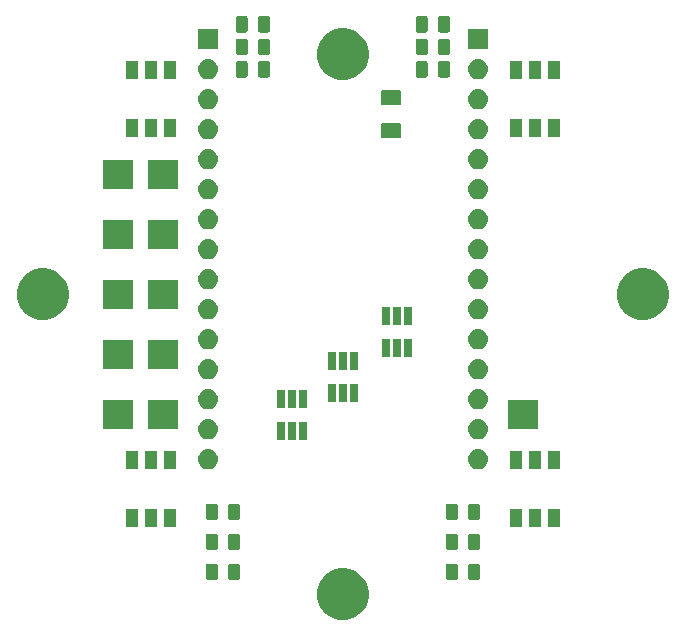
<source format=gbr>
G04 #@! TF.GenerationSoftware,KiCad,Pcbnew,5.0.2+dfsg1-1*
G04 #@! TF.CreationDate,2021-08-24T19:42:59-04:00*
G04 #@! TF.ProjectId,WIFI_RGB_PCB,57494649-5f52-4474-925f-5043422e6b69,rev?*
G04 #@! TF.SameCoordinates,Original*
G04 #@! TF.FileFunction,Soldermask,Top*
G04 #@! TF.FilePolarity,Negative*
%FSLAX46Y46*%
G04 Gerber Fmt 4.6, Leading zero omitted, Abs format (unit mm)*
G04 Created by KiCad (PCBNEW 5.0.2+dfsg1-1) date Tue 24 Aug 2021 07:42:59 PM EDT*
%MOMM*%
%LPD*%
G01*
G04 APERTURE LIST*
%ADD10C,0.100000*%
G04 APERTURE END LIST*
D10*
G36*
X97161716Y-113454544D02*
X97562090Y-113620384D01*
X97922421Y-113861150D01*
X98228850Y-114167579D01*
X98469616Y-114527910D01*
X98635456Y-114928284D01*
X98720000Y-115353317D01*
X98720000Y-115786683D01*
X98635456Y-116211716D01*
X98469616Y-116612090D01*
X98228850Y-116972421D01*
X97922421Y-117278850D01*
X97562090Y-117519616D01*
X97161716Y-117685456D01*
X96736683Y-117770000D01*
X96303317Y-117770000D01*
X95878284Y-117685456D01*
X95477910Y-117519616D01*
X95117579Y-117278850D01*
X94811150Y-116972421D01*
X94570384Y-116612090D01*
X94404544Y-116211716D01*
X94320000Y-115786683D01*
X94320000Y-115353317D01*
X94404544Y-114928284D01*
X94570384Y-114527910D01*
X94811150Y-114167579D01*
X95117579Y-113861150D01*
X95477910Y-113620384D01*
X95878284Y-113454544D01*
X96303317Y-113370000D01*
X96736683Y-113370000D01*
X97161716Y-113454544D01*
X97161716Y-113454544D01*
G37*
G36*
X107958992Y-112969076D02*
X107992883Y-112979357D01*
X108024111Y-112996048D01*
X108051485Y-113018515D01*
X108073952Y-113045889D01*
X108090643Y-113077117D01*
X108100924Y-113111008D01*
X108105000Y-113152391D01*
X108105000Y-114177609D01*
X108100924Y-114218992D01*
X108090643Y-114252883D01*
X108073952Y-114284111D01*
X108051485Y-114311485D01*
X108024111Y-114333952D01*
X107992883Y-114350643D01*
X107958992Y-114360924D01*
X107917609Y-114365000D01*
X107317391Y-114365000D01*
X107276008Y-114360924D01*
X107242117Y-114350643D01*
X107210889Y-114333952D01*
X107183515Y-114311485D01*
X107161048Y-114284111D01*
X107144357Y-114252883D01*
X107134076Y-114218992D01*
X107130000Y-114177609D01*
X107130000Y-113152391D01*
X107134076Y-113111008D01*
X107144357Y-113077117D01*
X107161048Y-113045889D01*
X107183515Y-113018515D01*
X107210889Y-112996048D01*
X107242117Y-112979357D01*
X107276008Y-112969076D01*
X107317391Y-112965000D01*
X107917609Y-112965000D01*
X107958992Y-112969076D01*
X107958992Y-112969076D01*
G37*
G36*
X106083992Y-112969076D02*
X106117883Y-112979357D01*
X106149111Y-112996048D01*
X106176485Y-113018515D01*
X106198952Y-113045889D01*
X106215643Y-113077117D01*
X106225924Y-113111008D01*
X106230000Y-113152391D01*
X106230000Y-114177609D01*
X106225924Y-114218992D01*
X106215643Y-114252883D01*
X106198952Y-114284111D01*
X106176485Y-114311485D01*
X106149111Y-114333952D01*
X106117883Y-114350643D01*
X106083992Y-114360924D01*
X106042609Y-114365000D01*
X105442391Y-114365000D01*
X105401008Y-114360924D01*
X105367117Y-114350643D01*
X105335889Y-114333952D01*
X105308515Y-114311485D01*
X105286048Y-114284111D01*
X105269357Y-114252883D01*
X105259076Y-114218992D01*
X105255000Y-114177609D01*
X105255000Y-113152391D01*
X105259076Y-113111008D01*
X105269357Y-113077117D01*
X105286048Y-113045889D01*
X105308515Y-113018515D01*
X105335889Y-112996048D01*
X105367117Y-112979357D01*
X105401008Y-112969076D01*
X105442391Y-112965000D01*
X106042609Y-112965000D01*
X106083992Y-112969076D01*
X106083992Y-112969076D01*
G37*
G36*
X87638992Y-112969076D02*
X87672883Y-112979357D01*
X87704111Y-112996048D01*
X87731485Y-113018515D01*
X87753952Y-113045889D01*
X87770643Y-113077117D01*
X87780924Y-113111008D01*
X87785000Y-113152391D01*
X87785000Y-114177609D01*
X87780924Y-114218992D01*
X87770643Y-114252883D01*
X87753952Y-114284111D01*
X87731485Y-114311485D01*
X87704111Y-114333952D01*
X87672883Y-114350643D01*
X87638992Y-114360924D01*
X87597609Y-114365000D01*
X86997391Y-114365000D01*
X86956008Y-114360924D01*
X86922117Y-114350643D01*
X86890889Y-114333952D01*
X86863515Y-114311485D01*
X86841048Y-114284111D01*
X86824357Y-114252883D01*
X86814076Y-114218992D01*
X86810000Y-114177609D01*
X86810000Y-113152391D01*
X86814076Y-113111008D01*
X86824357Y-113077117D01*
X86841048Y-113045889D01*
X86863515Y-113018515D01*
X86890889Y-112996048D01*
X86922117Y-112979357D01*
X86956008Y-112969076D01*
X86997391Y-112965000D01*
X87597609Y-112965000D01*
X87638992Y-112969076D01*
X87638992Y-112969076D01*
G37*
G36*
X85763992Y-112969076D02*
X85797883Y-112979357D01*
X85829111Y-112996048D01*
X85856485Y-113018515D01*
X85878952Y-113045889D01*
X85895643Y-113077117D01*
X85905924Y-113111008D01*
X85910000Y-113152391D01*
X85910000Y-114177609D01*
X85905924Y-114218992D01*
X85895643Y-114252883D01*
X85878952Y-114284111D01*
X85856485Y-114311485D01*
X85829111Y-114333952D01*
X85797883Y-114350643D01*
X85763992Y-114360924D01*
X85722609Y-114365000D01*
X85122391Y-114365000D01*
X85081008Y-114360924D01*
X85047117Y-114350643D01*
X85015889Y-114333952D01*
X84988515Y-114311485D01*
X84966048Y-114284111D01*
X84949357Y-114252883D01*
X84939076Y-114218992D01*
X84935000Y-114177609D01*
X84935000Y-113152391D01*
X84939076Y-113111008D01*
X84949357Y-113077117D01*
X84966048Y-113045889D01*
X84988515Y-113018515D01*
X85015889Y-112996048D01*
X85047117Y-112979357D01*
X85081008Y-112969076D01*
X85122391Y-112965000D01*
X85722609Y-112965000D01*
X85763992Y-112969076D01*
X85763992Y-112969076D01*
G37*
G36*
X87638992Y-110429076D02*
X87672883Y-110439357D01*
X87704111Y-110456048D01*
X87731485Y-110478515D01*
X87753952Y-110505889D01*
X87770643Y-110537117D01*
X87780924Y-110571008D01*
X87785000Y-110612391D01*
X87785000Y-111637609D01*
X87780924Y-111678992D01*
X87770643Y-111712883D01*
X87753952Y-111744111D01*
X87731485Y-111771485D01*
X87704111Y-111793952D01*
X87672883Y-111810643D01*
X87638992Y-111820924D01*
X87597609Y-111825000D01*
X86997391Y-111825000D01*
X86956008Y-111820924D01*
X86922117Y-111810643D01*
X86890889Y-111793952D01*
X86863515Y-111771485D01*
X86841048Y-111744111D01*
X86824357Y-111712883D01*
X86814076Y-111678992D01*
X86810000Y-111637609D01*
X86810000Y-110612391D01*
X86814076Y-110571008D01*
X86824357Y-110537117D01*
X86841048Y-110505889D01*
X86863515Y-110478515D01*
X86890889Y-110456048D01*
X86922117Y-110439357D01*
X86956008Y-110429076D01*
X86997391Y-110425000D01*
X87597609Y-110425000D01*
X87638992Y-110429076D01*
X87638992Y-110429076D01*
G37*
G36*
X107958992Y-110429076D02*
X107992883Y-110439357D01*
X108024111Y-110456048D01*
X108051485Y-110478515D01*
X108073952Y-110505889D01*
X108090643Y-110537117D01*
X108100924Y-110571008D01*
X108105000Y-110612391D01*
X108105000Y-111637609D01*
X108100924Y-111678992D01*
X108090643Y-111712883D01*
X108073952Y-111744111D01*
X108051485Y-111771485D01*
X108024111Y-111793952D01*
X107992883Y-111810643D01*
X107958992Y-111820924D01*
X107917609Y-111825000D01*
X107317391Y-111825000D01*
X107276008Y-111820924D01*
X107242117Y-111810643D01*
X107210889Y-111793952D01*
X107183515Y-111771485D01*
X107161048Y-111744111D01*
X107144357Y-111712883D01*
X107134076Y-111678992D01*
X107130000Y-111637609D01*
X107130000Y-110612391D01*
X107134076Y-110571008D01*
X107144357Y-110537117D01*
X107161048Y-110505889D01*
X107183515Y-110478515D01*
X107210889Y-110456048D01*
X107242117Y-110439357D01*
X107276008Y-110429076D01*
X107317391Y-110425000D01*
X107917609Y-110425000D01*
X107958992Y-110429076D01*
X107958992Y-110429076D01*
G37*
G36*
X106083992Y-110429076D02*
X106117883Y-110439357D01*
X106149111Y-110456048D01*
X106176485Y-110478515D01*
X106198952Y-110505889D01*
X106215643Y-110537117D01*
X106225924Y-110571008D01*
X106230000Y-110612391D01*
X106230000Y-111637609D01*
X106225924Y-111678992D01*
X106215643Y-111712883D01*
X106198952Y-111744111D01*
X106176485Y-111771485D01*
X106149111Y-111793952D01*
X106117883Y-111810643D01*
X106083992Y-111820924D01*
X106042609Y-111825000D01*
X105442391Y-111825000D01*
X105401008Y-111820924D01*
X105367117Y-111810643D01*
X105335889Y-111793952D01*
X105308515Y-111771485D01*
X105286048Y-111744111D01*
X105269357Y-111712883D01*
X105259076Y-111678992D01*
X105255000Y-111637609D01*
X105255000Y-110612391D01*
X105259076Y-110571008D01*
X105269357Y-110537117D01*
X105286048Y-110505889D01*
X105308515Y-110478515D01*
X105335889Y-110456048D01*
X105367117Y-110439357D01*
X105401008Y-110429076D01*
X105442391Y-110425000D01*
X106042609Y-110425000D01*
X106083992Y-110429076D01*
X106083992Y-110429076D01*
G37*
G36*
X85763992Y-110429076D02*
X85797883Y-110439357D01*
X85829111Y-110456048D01*
X85856485Y-110478515D01*
X85878952Y-110505889D01*
X85895643Y-110537117D01*
X85905924Y-110571008D01*
X85910000Y-110612391D01*
X85910000Y-111637609D01*
X85905924Y-111678992D01*
X85895643Y-111712883D01*
X85878952Y-111744111D01*
X85856485Y-111771485D01*
X85829111Y-111793952D01*
X85797883Y-111810643D01*
X85763992Y-111820924D01*
X85722609Y-111825000D01*
X85122391Y-111825000D01*
X85081008Y-111820924D01*
X85047117Y-111810643D01*
X85015889Y-111793952D01*
X84988515Y-111771485D01*
X84966048Y-111744111D01*
X84949357Y-111712883D01*
X84939076Y-111678992D01*
X84935000Y-111637609D01*
X84935000Y-110612391D01*
X84939076Y-110571008D01*
X84949357Y-110537117D01*
X84966048Y-110505889D01*
X84988515Y-110478515D01*
X85015889Y-110456048D01*
X85047117Y-110439357D01*
X85081008Y-110429076D01*
X85122391Y-110425000D01*
X85722609Y-110425000D01*
X85763992Y-110429076D01*
X85763992Y-110429076D01*
G37*
G36*
X80764000Y-109880000D02*
X79764000Y-109880000D01*
X79764000Y-108380000D01*
X80764000Y-108380000D01*
X80764000Y-109880000D01*
X80764000Y-109880000D01*
G37*
G36*
X82364000Y-109880000D02*
X81364000Y-109880000D01*
X81364000Y-108380000D01*
X82364000Y-108380000D01*
X82364000Y-109880000D01*
X82364000Y-109880000D01*
G37*
G36*
X79164000Y-109880000D02*
X78164000Y-109880000D01*
X78164000Y-108380000D01*
X79164000Y-108380000D01*
X79164000Y-109880000D01*
X79164000Y-109880000D01*
G37*
G36*
X111676000Y-109880000D02*
X110676000Y-109880000D01*
X110676000Y-108380000D01*
X111676000Y-108380000D01*
X111676000Y-109880000D01*
X111676000Y-109880000D01*
G37*
G36*
X113276000Y-109880000D02*
X112276000Y-109880000D01*
X112276000Y-108380000D01*
X113276000Y-108380000D01*
X113276000Y-109880000D01*
X113276000Y-109880000D01*
G37*
G36*
X114876000Y-109880000D02*
X113876000Y-109880000D01*
X113876000Y-108380000D01*
X114876000Y-108380000D01*
X114876000Y-109880000D01*
X114876000Y-109880000D01*
G37*
G36*
X107958992Y-107889076D02*
X107992883Y-107899357D01*
X108024111Y-107916048D01*
X108051485Y-107938515D01*
X108073952Y-107965889D01*
X108090643Y-107997117D01*
X108100924Y-108031008D01*
X108105000Y-108072391D01*
X108105000Y-109097609D01*
X108100924Y-109138992D01*
X108090643Y-109172883D01*
X108073952Y-109204111D01*
X108051485Y-109231485D01*
X108024111Y-109253952D01*
X107992883Y-109270643D01*
X107958992Y-109280924D01*
X107917609Y-109285000D01*
X107317391Y-109285000D01*
X107276008Y-109280924D01*
X107242117Y-109270643D01*
X107210889Y-109253952D01*
X107183515Y-109231485D01*
X107161048Y-109204111D01*
X107144357Y-109172883D01*
X107134076Y-109138992D01*
X107130000Y-109097609D01*
X107130000Y-108072391D01*
X107134076Y-108031008D01*
X107144357Y-107997117D01*
X107161048Y-107965889D01*
X107183515Y-107938515D01*
X107210889Y-107916048D01*
X107242117Y-107899357D01*
X107276008Y-107889076D01*
X107317391Y-107885000D01*
X107917609Y-107885000D01*
X107958992Y-107889076D01*
X107958992Y-107889076D01*
G37*
G36*
X106083992Y-107889076D02*
X106117883Y-107899357D01*
X106149111Y-107916048D01*
X106176485Y-107938515D01*
X106198952Y-107965889D01*
X106215643Y-107997117D01*
X106225924Y-108031008D01*
X106230000Y-108072391D01*
X106230000Y-109097609D01*
X106225924Y-109138992D01*
X106215643Y-109172883D01*
X106198952Y-109204111D01*
X106176485Y-109231485D01*
X106149111Y-109253952D01*
X106117883Y-109270643D01*
X106083992Y-109280924D01*
X106042609Y-109285000D01*
X105442391Y-109285000D01*
X105401008Y-109280924D01*
X105367117Y-109270643D01*
X105335889Y-109253952D01*
X105308515Y-109231485D01*
X105286048Y-109204111D01*
X105269357Y-109172883D01*
X105259076Y-109138992D01*
X105255000Y-109097609D01*
X105255000Y-108072391D01*
X105259076Y-108031008D01*
X105269357Y-107997117D01*
X105286048Y-107965889D01*
X105308515Y-107938515D01*
X105335889Y-107916048D01*
X105367117Y-107899357D01*
X105401008Y-107889076D01*
X105442391Y-107885000D01*
X106042609Y-107885000D01*
X106083992Y-107889076D01*
X106083992Y-107889076D01*
G37*
G36*
X85763992Y-107889076D02*
X85797883Y-107899357D01*
X85829111Y-107916048D01*
X85856485Y-107938515D01*
X85878952Y-107965889D01*
X85895643Y-107997117D01*
X85905924Y-108031008D01*
X85910000Y-108072391D01*
X85910000Y-109097609D01*
X85905924Y-109138992D01*
X85895643Y-109172883D01*
X85878952Y-109204111D01*
X85856485Y-109231485D01*
X85829111Y-109253952D01*
X85797883Y-109270643D01*
X85763992Y-109280924D01*
X85722609Y-109285000D01*
X85122391Y-109285000D01*
X85081008Y-109280924D01*
X85047117Y-109270643D01*
X85015889Y-109253952D01*
X84988515Y-109231485D01*
X84966048Y-109204111D01*
X84949357Y-109172883D01*
X84939076Y-109138992D01*
X84935000Y-109097609D01*
X84935000Y-108072391D01*
X84939076Y-108031008D01*
X84949357Y-107997117D01*
X84966048Y-107965889D01*
X84988515Y-107938515D01*
X85015889Y-107916048D01*
X85047117Y-107899357D01*
X85081008Y-107889076D01*
X85122391Y-107885000D01*
X85722609Y-107885000D01*
X85763992Y-107889076D01*
X85763992Y-107889076D01*
G37*
G36*
X87638992Y-107889076D02*
X87672883Y-107899357D01*
X87704111Y-107916048D01*
X87731485Y-107938515D01*
X87753952Y-107965889D01*
X87770643Y-107997117D01*
X87780924Y-108031008D01*
X87785000Y-108072391D01*
X87785000Y-109097609D01*
X87780924Y-109138992D01*
X87770643Y-109172883D01*
X87753952Y-109204111D01*
X87731485Y-109231485D01*
X87704111Y-109253952D01*
X87672883Y-109270643D01*
X87638992Y-109280924D01*
X87597609Y-109285000D01*
X86997391Y-109285000D01*
X86956008Y-109280924D01*
X86922117Y-109270643D01*
X86890889Y-109253952D01*
X86863515Y-109231485D01*
X86841048Y-109204111D01*
X86824357Y-109172883D01*
X86814076Y-109138992D01*
X86810000Y-109097609D01*
X86810000Y-108072391D01*
X86814076Y-108031008D01*
X86824357Y-107997117D01*
X86841048Y-107965889D01*
X86863515Y-107938515D01*
X86890889Y-107916048D01*
X86922117Y-107899357D01*
X86956008Y-107889076D01*
X86997391Y-107885000D01*
X87597609Y-107885000D01*
X87638992Y-107889076D01*
X87638992Y-107889076D01*
G37*
G36*
X85256630Y-103302299D02*
X85416855Y-103350903D01*
X85564520Y-103429831D01*
X85693949Y-103536051D01*
X85800169Y-103665480D01*
X85879097Y-103813145D01*
X85927701Y-103973370D01*
X85944112Y-104140000D01*
X85927701Y-104306630D01*
X85879097Y-104466855D01*
X85800169Y-104614520D01*
X85693949Y-104743949D01*
X85564520Y-104850169D01*
X85416855Y-104929097D01*
X85256630Y-104977701D01*
X85131752Y-104990000D01*
X85048248Y-104990000D01*
X84923370Y-104977701D01*
X84763145Y-104929097D01*
X84615480Y-104850169D01*
X84486051Y-104743949D01*
X84379831Y-104614520D01*
X84300903Y-104466855D01*
X84252299Y-104306630D01*
X84235888Y-104140000D01*
X84252299Y-103973370D01*
X84300903Y-103813145D01*
X84379831Y-103665480D01*
X84486051Y-103536051D01*
X84615480Y-103429831D01*
X84763145Y-103350903D01*
X84923370Y-103302299D01*
X85048248Y-103290000D01*
X85131752Y-103290000D01*
X85256630Y-103302299D01*
X85256630Y-103302299D01*
G37*
G36*
X108116630Y-103302299D02*
X108276855Y-103350903D01*
X108424520Y-103429831D01*
X108553949Y-103536051D01*
X108660169Y-103665480D01*
X108739097Y-103813145D01*
X108787701Y-103973370D01*
X108804112Y-104140000D01*
X108787701Y-104306630D01*
X108739097Y-104466855D01*
X108660169Y-104614520D01*
X108553949Y-104743949D01*
X108424520Y-104850169D01*
X108276855Y-104929097D01*
X108116630Y-104977701D01*
X107991752Y-104990000D01*
X107908248Y-104990000D01*
X107783370Y-104977701D01*
X107623145Y-104929097D01*
X107475480Y-104850169D01*
X107346051Y-104743949D01*
X107239831Y-104614520D01*
X107160903Y-104466855D01*
X107112299Y-104306630D01*
X107095888Y-104140000D01*
X107112299Y-103973370D01*
X107160903Y-103813145D01*
X107239831Y-103665480D01*
X107346051Y-103536051D01*
X107475480Y-103429831D01*
X107623145Y-103350903D01*
X107783370Y-103302299D01*
X107908248Y-103290000D01*
X107991752Y-103290000D01*
X108116630Y-103302299D01*
X108116630Y-103302299D01*
G37*
G36*
X114876000Y-104980000D02*
X113876000Y-104980000D01*
X113876000Y-103480000D01*
X114876000Y-103480000D01*
X114876000Y-104980000D01*
X114876000Y-104980000D01*
G37*
G36*
X82364000Y-104980000D02*
X81364000Y-104980000D01*
X81364000Y-103480000D01*
X82364000Y-103480000D01*
X82364000Y-104980000D01*
X82364000Y-104980000D01*
G37*
G36*
X80764000Y-104980000D02*
X79764000Y-104980000D01*
X79764000Y-103480000D01*
X80764000Y-103480000D01*
X80764000Y-104980000D01*
X80764000Y-104980000D01*
G37*
G36*
X79164000Y-104980000D02*
X78164000Y-104980000D01*
X78164000Y-103480000D01*
X79164000Y-103480000D01*
X79164000Y-104980000D01*
X79164000Y-104980000D01*
G37*
G36*
X113276000Y-104980000D02*
X112276000Y-104980000D01*
X112276000Y-103480000D01*
X113276000Y-103480000D01*
X113276000Y-104980000D01*
X113276000Y-104980000D01*
G37*
G36*
X111676000Y-104980000D02*
X110676000Y-104980000D01*
X110676000Y-103480000D01*
X111676000Y-103480000D01*
X111676000Y-104980000D01*
X111676000Y-104980000D01*
G37*
G36*
X93477000Y-102540000D02*
X92827000Y-102540000D01*
X92827000Y-100980000D01*
X93477000Y-100980000D01*
X93477000Y-102540000D01*
X93477000Y-102540000D01*
G37*
G36*
X92527000Y-102540000D02*
X91877000Y-102540000D01*
X91877000Y-100980000D01*
X92527000Y-100980000D01*
X92527000Y-102540000D01*
X92527000Y-102540000D01*
G37*
G36*
X91577000Y-102540000D02*
X90927000Y-102540000D01*
X90927000Y-100980000D01*
X91577000Y-100980000D01*
X91577000Y-102540000D01*
X91577000Y-102540000D01*
G37*
G36*
X85256630Y-100762299D02*
X85416855Y-100810903D01*
X85564520Y-100889831D01*
X85693949Y-100996051D01*
X85800169Y-101125480D01*
X85879097Y-101273145D01*
X85927701Y-101433370D01*
X85944112Y-101600000D01*
X85927701Y-101766630D01*
X85879097Y-101926855D01*
X85800169Y-102074520D01*
X85693949Y-102203949D01*
X85564520Y-102310169D01*
X85416855Y-102389097D01*
X85256630Y-102437701D01*
X85131752Y-102450000D01*
X85048248Y-102450000D01*
X84923370Y-102437701D01*
X84763145Y-102389097D01*
X84615480Y-102310169D01*
X84486051Y-102203949D01*
X84379831Y-102074520D01*
X84300903Y-101926855D01*
X84252299Y-101766630D01*
X84235888Y-101600000D01*
X84252299Y-101433370D01*
X84300903Y-101273145D01*
X84379831Y-101125480D01*
X84486051Y-100996051D01*
X84615480Y-100889831D01*
X84763145Y-100810903D01*
X84923370Y-100762299D01*
X85048248Y-100750000D01*
X85131752Y-100750000D01*
X85256630Y-100762299D01*
X85256630Y-100762299D01*
G37*
G36*
X108116630Y-100762299D02*
X108276855Y-100810903D01*
X108424520Y-100889831D01*
X108553949Y-100996051D01*
X108660169Y-101125480D01*
X108739097Y-101273145D01*
X108787701Y-101433370D01*
X108804112Y-101600000D01*
X108787701Y-101766630D01*
X108739097Y-101926855D01*
X108660169Y-102074520D01*
X108553949Y-102203949D01*
X108424520Y-102310169D01*
X108276855Y-102389097D01*
X108116630Y-102437701D01*
X107991752Y-102450000D01*
X107908248Y-102450000D01*
X107783370Y-102437701D01*
X107623145Y-102389097D01*
X107475480Y-102310169D01*
X107346051Y-102203949D01*
X107239831Y-102074520D01*
X107160903Y-101926855D01*
X107112299Y-101766630D01*
X107095888Y-101600000D01*
X107112299Y-101433370D01*
X107160903Y-101273145D01*
X107239831Y-101125480D01*
X107346051Y-100996051D01*
X107475480Y-100889831D01*
X107623145Y-100810903D01*
X107783370Y-100762299D01*
X107908248Y-100750000D01*
X107991752Y-100750000D01*
X108116630Y-100762299D01*
X108116630Y-100762299D01*
G37*
G36*
X82530000Y-101580000D02*
X80030000Y-101580000D01*
X80030000Y-99080000D01*
X82530000Y-99080000D01*
X82530000Y-101580000D01*
X82530000Y-101580000D01*
G37*
G36*
X78720000Y-101580000D02*
X76220000Y-101580000D01*
X76220000Y-99080000D01*
X78720000Y-99080000D01*
X78720000Y-101580000D01*
X78720000Y-101580000D01*
G37*
G36*
X113010000Y-101580000D02*
X110510000Y-101580000D01*
X110510000Y-99080000D01*
X113010000Y-99080000D01*
X113010000Y-101580000D01*
X113010000Y-101580000D01*
G37*
G36*
X108116630Y-98222299D02*
X108276855Y-98270903D01*
X108424520Y-98349831D01*
X108553949Y-98456051D01*
X108660169Y-98585480D01*
X108739097Y-98733145D01*
X108787701Y-98893370D01*
X108804112Y-99060000D01*
X108787701Y-99226630D01*
X108739097Y-99386855D01*
X108660169Y-99534520D01*
X108553949Y-99663949D01*
X108424520Y-99770169D01*
X108276855Y-99849097D01*
X108116630Y-99897701D01*
X107991752Y-99910000D01*
X107908248Y-99910000D01*
X107783370Y-99897701D01*
X107623145Y-99849097D01*
X107475480Y-99770169D01*
X107346051Y-99663949D01*
X107239831Y-99534520D01*
X107160903Y-99386855D01*
X107112299Y-99226630D01*
X107095888Y-99060000D01*
X107112299Y-98893370D01*
X107160903Y-98733145D01*
X107239831Y-98585480D01*
X107346051Y-98456051D01*
X107475480Y-98349831D01*
X107623145Y-98270903D01*
X107783370Y-98222299D01*
X107908248Y-98210000D01*
X107991752Y-98210000D01*
X108116630Y-98222299D01*
X108116630Y-98222299D01*
G37*
G36*
X85256630Y-98222299D02*
X85416855Y-98270903D01*
X85564520Y-98349831D01*
X85693949Y-98456051D01*
X85800169Y-98585480D01*
X85879097Y-98733145D01*
X85927701Y-98893370D01*
X85944112Y-99060000D01*
X85927701Y-99226630D01*
X85879097Y-99386855D01*
X85800169Y-99534520D01*
X85693949Y-99663949D01*
X85564520Y-99770169D01*
X85416855Y-99849097D01*
X85256630Y-99897701D01*
X85131752Y-99910000D01*
X85048248Y-99910000D01*
X84923370Y-99897701D01*
X84763145Y-99849097D01*
X84615480Y-99770169D01*
X84486051Y-99663949D01*
X84379831Y-99534520D01*
X84300903Y-99386855D01*
X84252299Y-99226630D01*
X84235888Y-99060000D01*
X84252299Y-98893370D01*
X84300903Y-98733145D01*
X84379831Y-98585480D01*
X84486051Y-98456051D01*
X84615480Y-98349831D01*
X84763145Y-98270903D01*
X84923370Y-98222299D01*
X85048248Y-98210000D01*
X85131752Y-98210000D01*
X85256630Y-98222299D01*
X85256630Y-98222299D01*
G37*
G36*
X91577000Y-99840000D02*
X90927000Y-99840000D01*
X90927000Y-98280000D01*
X91577000Y-98280000D01*
X91577000Y-99840000D01*
X91577000Y-99840000D01*
G37*
G36*
X92527000Y-99840000D02*
X91877000Y-99840000D01*
X91877000Y-98280000D01*
X92527000Y-98280000D01*
X92527000Y-99840000D01*
X92527000Y-99840000D01*
G37*
G36*
X93477000Y-99840000D02*
X92827000Y-99840000D01*
X92827000Y-98280000D01*
X93477000Y-98280000D01*
X93477000Y-99840000D01*
X93477000Y-99840000D01*
G37*
G36*
X96845000Y-99285000D02*
X96195000Y-99285000D01*
X96195000Y-97725000D01*
X96845000Y-97725000D01*
X96845000Y-99285000D01*
X96845000Y-99285000D01*
G37*
G36*
X95895000Y-99285000D02*
X95245000Y-99285000D01*
X95245000Y-97725000D01*
X95895000Y-97725000D01*
X95895000Y-99285000D01*
X95895000Y-99285000D01*
G37*
G36*
X97795000Y-99285000D02*
X97145000Y-99285000D01*
X97145000Y-97725000D01*
X97795000Y-97725000D01*
X97795000Y-99285000D01*
X97795000Y-99285000D01*
G37*
G36*
X85256630Y-95682299D02*
X85416855Y-95730903D01*
X85564520Y-95809831D01*
X85693949Y-95916051D01*
X85800169Y-96045480D01*
X85879097Y-96193145D01*
X85927701Y-96353370D01*
X85944112Y-96520000D01*
X85927701Y-96686630D01*
X85879097Y-96846855D01*
X85800169Y-96994520D01*
X85693949Y-97123949D01*
X85564520Y-97230169D01*
X85416855Y-97309097D01*
X85256630Y-97357701D01*
X85131752Y-97370000D01*
X85048248Y-97370000D01*
X84923370Y-97357701D01*
X84763145Y-97309097D01*
X84615480Y-97230169D01*
X84486051Y-97123949D01*
X84379831Y-96994520D01*
X84300903Y-96846855D01*
X84252299Y-96686630D01*
X84235888Y-96520000D01*
X84252299Y-96353370D01*
X84300903Y-96193145D01*
X84379831Y-96045480D01*
X84486051Y-95916051D01*
X84615480Y-95809831D01*
X84763145Y-95730903D01*
X84923370Y-95682299D01*
X85048248Y-95670000D01*
X85131752Y-95670000D01*
X85256630Y-95682299D01*
X85256630Y-95682299D01*
G37*
G36*
X108116630Y-95682299D02*
X108276855Y-95730903D01*
X108424520Y-95809831D01*
X108553949Y-95916051D01*
X108660169Y-96045480D01*
X108739097Y-96193145D01*
X108787701Y-96353370D01*
X108804112Y-96520000D01*
X108787701Y-96686630D01*
X108739097Y-96846855D01*
X108660169Y-96994520D01*
X108553949Y-97123949D01*
X108424520Y-97230169D01*
X108276855Y-97309097D01*
X108116630Y-97357701D01*
X107991752Y-97370000D01*
X107908248Y-97370000D01*
X107783370Y-97357701D01*
X107623145Y-97309097D01*
X107475480Y-97230169D01*
X107346051Y-97123949D01*
X107239831Y-96994520D01*
X107160903Y-96846855D01*
X107112299Y-96686630D01*
X107095888Y-96520000D01*
X107112299Y-96353370D01*
X107160903Y-96193145D01*
X107239831Y-96045480D01*
X107346051Y-95916051D01*
X107475480Y-95809831D01*
X107623145Y-95730903D01*
X107783370Y-95682299D01*
X107908248Y-95670000D01*
X107991752Y-95670000D01*
X108116630Y-95682299D01*
X108116630Y-95682299D01*
G37*
G36*
X97795000Y-96585000D02*
X97145000Y-96585000D01*
X97145000Y-95025000D01*
X97795000Y-95025000D01*
X97795000Y-96585000D01*
X97795000Y-96585000D01*
G37*
G36*
X95895000Y-96585000D02*
X95245000Y-96585000D01*
X95245000Y-95025000D01*
X95895000Y-95025000D01*
X95895000Y-96585000D01*
X95895000Y-96585000D01*
G37*
G36*
X96845000Y-96585000D02*
X96195000Y-96585000D01*
X96195000Y-95025000D01*
X96845000Y-95025000D01*
X96845000Y-96585000D01*
X96845000Y-96585000D01*
G37*
G36*
X78720000Y-96500000D02*
X76220000Y-96500000D01*
X76220000Y-94000000D01*
X78720000Y-94000000D01*
X78720000Y-96500000D01*
X78720000Y-96500000D01*
G37*
G36*
X82530000Y-96500000D02*
X80030000Y-96500000D01*
X80030000Y-94000000D01*
X82530000Y-94000000D01*
X82530000Y-96500000D01*
X82530000Y-96500000D01*
G37*
G36*
X100467000Y-95475000D02*
X99817000Y-95475000D01*
X99817000Y-93915000D01*
X100467000Y-93915000D01*
X100467000Y-95475000D01*
X100467000Y-95475000D01*
G37*
G36*
X102367000Y-95475000D02*
X101717000Y-95475000D01*
X101717000Y-93915000D01*
X102367000Y-93915000D01*
X102367000Y-95475000D01*
X102367000Y-95475000D01*
G37*
G36*
X101417000Y-95475000D02*
X100767000Y-95475000D01*
X100767000Y-93915000D01*
X101417000Y-93915000D01*
X101417000Y-95475000D01*
X101417000Y-95475000D01*
G37*
G36*
X85256630Y-93142299D02*
X85416855Y-93190903D01*
X85564520Y-93269831D01*
X85693949Y-93376051D01*
X85800169Y-93505480D01*
X85879097Y-93653145D01*
X85927701Y-93813370D01*
X85944112Y-93980000D01*
X85927701Y-94146630D01*
X85879097Y-94306855D01*
X85800169Y-94454520D01*
X85693949Y-94583949D01*
X85564520Y-94690169D01*
X85416855Y-94769097D01*
X85256630Y-94817701D01*
X85131752Y-94830000D01*
X85048248Y-94830000D01*
X84923370Y-94817701D01*
X84763145Y-94769097D01*
X84615480Y-94690169D01*
X84486051Y-94583949D01*
X84379831Y-94454520D01*
X84300903Y-94306855D01*
X84252299Y-94146630D01*
X84235888Y-93980000D01*
X84252299Y-93813370D01*
X84300903Y-93653145D01*
X84379831Y-93505480D01*
X84486051Y-93376051D01*
X84615480Y-93269831D01*
X84763145Y-93190903D01*
X84923370Y-93142299D01*
X85048248Y-93130000D01*
X85131752Y-93130000D01*
X85256630Y-93142299D01*
X85256630Y-93142299D01*
G37*
G36*
X108116630Y-93142299D02*
X108276855Y-93190903D01*
X108424520Y-93269831D01*
X108553949Y-93376051D01*
X108660169Y-93505480D01*
X108739097Y-93653145D01*
X108787701Y-93813370D01*
X108804112Y-93980000D01*
X108787701Y-94146630D01*
X108739097Y-94306855D01*
X108660169Y-94454520D01*
X108553949Y-94583949D01*
X108424520Y-94690169D01*
X108276855Y-94769097D01*
X108116630Y-94817701D01*
X107991752Y-94830000D01*
X107908248Y-94830000D01*
X107783370Y-94817701D01*
X107623145Y-94769097D01*
X107475480Y-94690169D01*
X107346051Y-94583949D01*
X107239831Y-94454520D01*
X107160903Y-94306855D01*
X107112299Y-94146630D01*
X107095888Y-93980000D01*
X107112299Y-93813370D01*
X107160903Y-93653145D01*
X107239831Y-93505480D01*
X107346051Y-93376051D01*
X107475480Y-93269831D01*
X107623145Y-93190903D01*
X107783370Y-93142299D01*
X107908248Y-93130000D01*
X107991752Y-93130000D01*
X108116630Y-93142299D01*
X108116630Y-93142299D01*
G37*
G36*
X102367000Y-92775000D02*
X101717000Y-92775000D01*
X101717000Y-91215000D01*
X102367000Y-91215000D01*
X102367000Y-92775000D01*
X102367000Y-92775000D01*
G37*
G36*
X100467000Y-92775000D02*
X99817000Y-92775000D01*
X99817000Y-91215000D01*
X100467000Y-91215000D01*
X100467000Y-92775000D01*
X100467000Y-92775000D01*
G37*
G36*
X101417000Y-92775000D02*
X100767000Y-92775000D01*
X100767000Y-91215000D01*
X101417000Y-91215000D01*
X101417000Y-92775000D01*
X101417000Y-92775000D01*
G37*
G36*
X122561716Y-88054544D02*
X122962090Y-88220384D01*
X123322421Y-88461150D01*
X123628850Y-88767579D01*
X123869616Y-89127910D01*
X124035456Y-89528284D01*
X124120000Y-89953317D01*
X124120000Y-90386683D01*
X124035456Y-90811716D01*
X123869616Y-91212090D01*
X123628850Y-91572421D01*
X123322421Y-91878850D01*
X122962090Y-92119616D01*
X122561716Y-92285456D01*
X122136683Y-92370000D01*
X121703317Y-92370000D01*
X121278284Y-92285456D01*
X120877910Y-92119616D01*
X120517579Y-91878850D01*
X120211150Y-91572421D01*
X119970384Y-91212090D01*
X119804544Y-90811716D01*
X119720000Y-90386683D01*
X119720000Y-89953317D01*
X119804544Y-89528284D01*
X119970384Y-89127910D01*
X120211150Y-88767579D01*
X120517579Y-88461150D01*
X120877910Y-88220384D01*
X121278284Y-88054544D01*
X121703317Y-87970000D01*
X122136683Y-87970000D01*
X122561716Y-88054544D01*
X122561716Y-88054544D01*
G37*
G36*
X71761716Y-88054544D02*
X72162090Y-88220384D01*
X72522421Y-88461150D01*
X72828850Y-88767579D01*
X73069616Y-89127910D01*
X73235456Y-89528284D01*
X73320000Y-89953317D01*
X73320000Y-90386683D01*
X73235456Y-90811716D01*
X73069616Y-91212090D01*
X72828850Y-91572421D01*
X72522421Y-91878850D01*
X72162090Y-92119616D01*
X71761716Y-92285456D01*
X71336683Y-92370000D01*
X70903317Y-92370000D01*
X70478284Y-92285456D01*
X70077910Y-92119616D01*
X69717579Y-91878850D01*
X69411150Y-91572421D01*
X69170384Y-91212090D01*
X69004544Y-90811716D01*
X68920000Y-90386683D01*
X68920000Y-89953317D01*
X69004544Y-89528284D01*
X69170384Y-89127910D01*
X69411150Y-88767579D01*
X69717579Y-88461150D01*
X70077910Y-88220384D01*
X70478284Y-88054544D01*
X70903317Y-87970000D01*
X71336683Y-87970000D01*
X71761716Y-88054544D01*
X71761716Y-88054544D01*
G37*
G36*
X85256630Y-90602299D02*
X85416855Y-90650903D01*
X85564520Y-90729831D01*
X85693949Y-90836051D01*
X85800169Y-90965480D01*
X85879097Y-91113145D01*
X85927701Y-91273370D01*
X85944112Y-91440000D01*
X85927701Y-91606630D01*
X85879097Y-91766855D01*
X85800169Y-91914520D01*
X85693949Y-92043949D01*
X85564520Y-92150169D01*
X85416855Y-92229097D01*
X85256630Y-92277701D01*
X85131752Y-92290000D01*
X85048248Y-92290000D01*
X84923370Y-92277701D01*
X84763145Y-92229097D01*
X84615480Y-92150169D01*
X84486051Y-92043949D01*
X84379831Y-91914520D01*
X84300903Y-91766855D01*
X84252299Y-91606630D01*
X84235888Y-91440000D01*
X84252299Y-91273370D01*
X84300903Y-91113145D01*
X84379831Y-90965480D01*
X84486051Y-90836051D01*
X84615480Y-90729831D01*
X84763145Y-90650903D01*
X84923370Y-90602299D01*
X85048248Y-90590000D01*
X85131752Y-90590000D01*
X85256630Y-90602299D01*
X85256630Y-90602299D01*
G37*
G36*
X108116630Y-90602299D02*
X108276855Y-90650903D01*
X108424520Y-90729831D01*
X108553949Y-90836051D01*
X108660169Y-90965480D01*
X108739097Y-91113145D01*
X108787701Y-91273370D01*
X108804112Y-91440000D01*
X108787701Y-91606630D01*
X108739097Y-91766855D01*
X108660169Y-91914520D01*
X108553949Y-92043949D01*
X108424520Y-92150169D01*
X108276855Y-92229097D01*
X108116630Y-92277701D01*
X107991752Y-92290000D01*
X107908248Y-92290000D01*
X107783370Y-92277701D01*
X107623145Y-92229097D01*
X107475480Y-92150169D01*
X107346051Y-92043949D01*
X107239831Y-91914520D01*
X107160903Y-91766855D01*
X107112299Y-91606630D01*
X107095888Y-91440000D01*
X107112299Y-91273370D01*
X107160903Y-91113145D01*
X107239831Y-90965480D01*
X107346051Y-90836051D01*
X107475480Y-90729831D01*
X107623145Y-90650903D01*
X107783370Y-90602299D01*
X107908248Y-90590000D01*
X107991752Y-90590000D01*
X108116630Y-90602299D01*
X108116630Y-90602299D01*
G37*
G36*
X78720000Y-91420000D02*
X76220000Y-91420000D01*
X76220000Y-88920000D01*
X78720000Y-88920000D01*
X78720000Y-91420000D01*
X78720000Y-91420000D01*
G37*
G36*
X82530000Y-91420000D02*
X80030000Y-91420000D01*
X80030000Y-88920000D01*
X82530000Y-88920000D01*
X82530000Y-91420000D01*
X82530000Y-91420000D01*
G37*
G36*
X85256630Y-88062299D02*
X85416855Y-88110903D01*
X85564520Y-88189831D01*
X85693949Y-88296051D01*
X85800169Y-88425480D01*
X85879097Y-88573145D01*
X85927701Y-88733370D01*
X85944112Y-88900000D01*
X85927701Y-89066630D01*
X85879097Y-89226855D01*
X85800169Y-89374520D01*
X85693949Y-89503949D01*
X85564520Y-89610169D01*
X85416855Y-89689097D01*
X85256630Y-89737701D01*
X85131752Y-89750000D01*
X85048248Y-89750000D01*
X84923370Y-89737701D01*
X84763145Y-89689097D01*
X84615480Y-89610169D01*
X84486051Y-89503949D01*
X84379831Y-89374520D01*
X84300903Y-89226855D01*
X84252299Y-89066630D01*
X84235888Y-88900000D01*
X84252299Y-88733370D01*
X84300903Y-88573145D01*
X84379831Y-88425480D01*
X84486051Y-88296051D01*
X84615480Y-88189831D01*
X84763145Y-88110903D01*
X84923370Y-88062299D01*
X85048248Y-88050000D01*
X85131752Y-88050000D01*
X85256630Y-88062299D01*
X85256630Y-88062299D01*
G37*
G36*
X108116630Y-88062299D02*
X108276855Y-88110903D01*
X108424520Y-88189831D01*
X108553949Y-88296051D01*
X108660169Y-88425480D01*
X108739097Y-88573145D01*
X108787701Y-88733370D01*
X108804112Y-88900000D01*
X108787701Y-89066630D01*
X108739097Y-89226855D01*
X108660169Y-89374520D01*
X108553949Y-89503949D01*
X108424520Y-89610169D01*
X108276855Y-89689097D01*
X108116630Y-89737701D01*
X107991752Y-89750000D01*
X107908248Y-89750000D01*
X107783370Y-89737701D01*
X107623145Y-89689097D01*
X107475480Y-89610169D01*
X107346051Y-89503949D01*
X107239831Y-89374520D01*
X107160903Y-89226855D01*
X107112299Y-89066630D01*
X107095888Y-88900000D01*
X107112299Y-88733370D01*
X107160903Y-88573145D01*
X107239831Y-88425480D01*
X107346051Y-88296051D01*
X107475480Y-88189831D01*
X107623145Y-88110903D01*
X107783370Y-88062299D01*
X107908248Y-88050000D01*
X107991752Y-88050000D01*
X108116630Y-88062299D01*
X108116630Y-88062299D01*
G37*
G36*
X85256630Y-85522299D02*
X85416855Y-85570903D01*
X85564520Y-85649831D01*
X85693949Y-85756051D01*
X85800169Y-85885480D01*
X85879097Y-86033145D01*
X85927701Y-86193370D01*
X85944112Y-86360000D01*
X85927701Y-86526630D01*
X85879097Y-86686855D01*
X85800169Y-86834520D01*
X85693949Y-86963949D01*
X85564520Y-87070169D01*
X85416855Y-87149097D01*
X85256630Y-87197701D01*
X85131752Y-87210000D01*
X85048248Y-87210000D01*
X84923370Y-87197701D01*
X84763145Y-87149097D01*
X84615480Y-87070169D01*
X84486051Y-86963949D01*
X84379831Y-86834520D01*
X84300903Y-86686855D01*
X84252299Y-86526630D01*
X84235888Y-86360000D01*
X84252299Y-86193370D01*
X84300903Y-86033145D01*
X84379831Y-85885480D01*
X84486051Y-85756051D01*
X84615480Y-85649831D01*
X84763145Y-85570903D01*
X84923370Y-85522299D01*
X85048248Y-85510000D01*
X85131752Y-85510000D01*
X85256630Y-85522299D01*
X85256630Y-85522299D01*
G37*
G36*
X108116630Y-85522299D02*
X108276855Y-85570903D01*
X108424520Y-85649831D01*
X108553949Y-85756051D01*
X108660169Y-85885480D01*
X108739097Y-86033145D01*
X108787701Y-86193370D01*
X108804112Y-86360000D01*
X108787701Y-86526630D01*
X108739097Y-86686855D01*
X108660169Y-86834520D01*
X108553949Y-86963949D01*
X108424520Y-87070169D01*
X108276855Y-87149097D01*
X108116630Y-87197701D01*
X107991752Y-87210000D01*
X107908248Y-87210000D01*
X107783370Y-87197701D01*
X107623145Y-87149097D01*
X107475480Y-87070169D01*
X107346051Y-86963949D01*
X107239831Y-86834520D01*
X107160903Y-86686855D01*
X107112299Y-86526630D01*
X107095888Y-86360000D01*
X107112299Y-86193370D01*
X107160903Y-86033145D01*
X107239831Y-85885480D01*
X107346051Y-85756051D01*
X107475480Y-85649831D01*
X107623145Y-85570903D01*
X107783370Y-85522299D01*
X107908248Y-85510000D01*
X107991752Y-85510000D01*
X108116630Y-85522299D01*
X108116630Y-85522299D01*
G37*
G36*
X78720000Y-86340000D02*
X76220000Y-86340000D01*
X76220000Y-83840000D01*
X78720000Y-83840000D01*
X78720000Y-86340000D01*
X78720000Y-86340000D01*
G37*
G36*
X82530000Y-86340000D02*
X80030000Y-86340000D01*
X80030000Y-83840000D01*
X82530000Y-83840000D01*
X82530000Y-86340000D01*
X82530000Y-86340000D01*
G37*
G36*
X85256630Y-82982299D02*
X85416855Y-83030903D01*
X85564520Y-83109831D01*
X85693949Y-83216051D01*
X85800169Y-83345480D01*
X85879097Y-83493145D01*
X85927701Y-83653370D01*
X85944112Y-83820000D01*
X85927701Y-83986630D01*
X85879097Y-84146855D01*
X85800169Y-84294520D01*
X85693949Y-84423949D01*
X85564520Y-84530169D01*
X85416855Y-84609097D01*
X85256630Y-84657701D01*
X85131752Y-84670000D01*
X85048248Y-84670000D01*
X84923370Y-84657701D01*
X84763145Y-84609097D01*
X84615480Y-84530169D01*
X84486051Y-84423949D01*
X84379831Y-84294520D01*
X84300903Y-84146855D01*
X84252299Y-83986630D01*
X84235888Y-83820000D01*
X84252299Y-83653370D01*
X84300903Y-83493145D01*
X84379831Y-83345480D01*
X84486051Y-83216051D01*
X84615480Y-83109831D01*
X84763145Y-83030903D01*
X84923370Y-82982299D01*
X85048248Y-82970000D01*
X85131752Y-82970000D01*
X85256630Y-82982299D01*
X85256630Y-82982299D01*
G37*
G36*
X108116630Y-82982299D02*
X108276855Y-83030903D01*
X108424520Y-83109831D01*
X108553949Y-83216051D01*
X108660169Y-83345480D01*
X108739097Y-83493145D01*
X108787701Y-83653370D01*
X108804112Y-83820000D01*
X108787701Y-83986630D01*
X108739097Y-84146855D01*
X108660169Y-84294520D01*
X108553949Y-84423949D01*
X108424520Y-84530169D01*
X108276855Y-84609097D01*
X108116630Y-84657701D01*
X107991752Y-84670000D01*
X107908248Y-84670000D01*
X107783370Y-84657701D01*
X107623145Y-84609097D01*
X107475480Y-84530169D01*
X107346051Y-84423949D01*
X107239831Y-84294520D01*
X107160903Y-84146855D01*
X107112299Y-83986630D01*
X107095888Y-83820000D01*
X107112299Y-83653370D01*
X107160903Y-83493145D01*
X107239831Y-83345480D01*
X107346051Y-83216051D01*
X107475480Y-83109831D01*
X107623145Y-83030903D01*
X107783370Y-82982299D01*
X107908248Y-82970000D01*
X107991752Y-82970000D01*
X108116630Y-82982299D01*
X108116630Y-82982299D01*
G37*
G36*
X108116630Y-80442299D02*
X108276855Y-80490903D01*
X108424520Y-80569831D01*
X108553949Y-80676051D01*
X108660169Y-80805480D01*
X108739097Y-80953145D01*
X108787701Y-81113370D01*
X108804112Y-81280000D01*
X108787701Y-81446630D01*
X108739097Y-81606855D01*
X108660169Y-81754520D01*
X108553949Y-81883949D01*
X108424520Y-81990169D01*
X108276855Y-82069097D01*
X108116630Y-82117701D01*
X107991752Y-82130000D01*
X107908248Y-82130000D01*
X107783370Y-82117701D01*
X107623145Y-82069097D01*
X107475480Y-81990169D01*
X107346051Y-81883949D01*
X107239831Y-81754520D01*
X107160903Y-81606855D01*
X107112299Y-81446630D01*
X107095888Y-81280000D01*
X107112299Y-81113370D01*
X107160903Y-80953145D01*
X107239831Y-80805480D01*
X107346051Y-80676051D01*
X107475480Y-80569831D01*
X107623145Y-80490903D01*
X107783370Y-80442299D01*
X107908248Y-80430000D01*
X107991752Y-80430000D01*
X108116630Y-80442299D01*
X108116630Y-80442299D01*
G37*
G36*
X85256630Y-80442299D02*
X85416855Y-80490903D01*
X85564520Y-80569831D01*
X85693949Y-80676051D01*
X85800169Y-80805480D01*
X85879097Y-80953145D01*
X85927701Y-81113370D01*
X85944112Y-81280000D01*
X85927701Y-81446630D01*
X85879097Y-81606855D01*
X85800169Y-81754520D01*
X85693949Y-81883949D01*
X85564520Y-81990169D01*
X85416855Y-82069097D01*
X85256630Y-82117701D01*
X85131752Y-82130000D01*
X85048248Y-82130000D01*
X84923370Y-82117701D01*
X84763145Y-82069097D01*
X84615480Y-81990169D01*
X84486051Y-81883949D01*
X84379831Y-81754520D01*
X84300903Y-81606855D01*
X84252299Y-81446630D01*
X84235888Y-81280000D01*
X84252299Y-81113370D01*
X84300903Y-80953145D01*
X84379831Y-80805480D01*
X84486051Y-80676051D01*
X84615480Y-80569831D01*
X84763145Y-80490903D01*
X84923370Y-80442299D01*
X85048248Y-80430000D01*
X85131752Y-80430000D01*
X85256630Y-80442299D01*
X85256630Y-80442299D01*
G37*
G36*
X82530000Y-81260000D02*
X80030000Y-81260000D01*
X80030000Y-78760000D01*
X82530000Y-78760000D01*
X82530000Y-81260000D01*
X82530000Y-81260000D01*
G37*
G36*
X78720000Y-81260000D02*
X76220000Y-81260000D01*
X76220000Y-78760000D01*
X78720000Y-78760000D01*
X78720000Y-81260000D01*
X78720000Y-81260000D01*
G37*
G36*
X85256630Y-77902299D02*
X85416855Y-77950903D01*
X85564520Y-78029831D01*
X85693949Y-78136051D01*
X85800169Y-78265480D01*
X85879097Y-78413145D01*
X85927701Y-78573370D01*
X85944112Y-78740000D01*
X85927701Y-78906630D01*
X85879097Y-79066855D01*
X85800169Y-79214520D01*
X85693949Y-79343949D01*
X85564520Y-79450169D01*
X85416855Y-79529097D01*
X85256630Y-79577701D01*
X85131752Y-79590000D01*
X85048248Y-79590000D01*
X84923370Y-79577701D01*
X84763145Y-79529097D01*
X84615480Y-79450169D01*
X84486051Y-79343949D01*
X84379831Y-79214520D01*
X84300903Y-79066855D01*
X84252299Y-78906630D01*
X84235888Y-78740000D01*
X84252299Y-78573370D01*
X84300903Y-78413145D01*
X84379831Y-78265480D01*
X84486051Y-78136051D01*
X84615480Y-78029831D01*
X84763145Y-77950903D01*
X84923370Y-77902299D01*
X85048248Y-77890000D01*
X85131752Y-77890000D01*
X85256630Y-77902299D01*
X85256630Y-77902299D01*
G37*
G36*
X108116630Y-77902299D02*
X108276855Y-77950903D01*
X108424520Y-78029831D01*
X108553949Y-78136051D01*
X108660169Y-78265480D01*
X108739097Y-78413145D01*
X108787701Y-78573370D01*
X108804112Y-78740000D01*
X108787701Y-78906630D01*
X108739097Y-79066855D01*
X108660169Y-79214520D01*
X108553949Y-79343949D01*
X108424520Y-79450169D01*
X108276855Y-79529097D01*
X108116630Y-79577701D01*
X107991752Y-79590000D01*
X107908248Y-79590000D01*
X107783370Y-79577701D01*
X107623145Y-79529097D01*
X107475480Y-79450169D01*
X107346051Y-79343949D01*
X107239831Y-79214520D01*
X107160903Y-79066855D01*
X107112299Y-78906630D01*
X107095888Y-78740000D01*
X107112299Y-78573370D01*
X107160903Y-78413145D01*
X107239831Y-78265480D01*
X107346051Y-78136051D01*
X107475480Y-78029831D01*
X107623145Y-77950903D01*
X107783370Y-77902299D01*
X107908248Y-77890000D01*
X107991752Y-77890000D01*
X108116630Y-77902299D01*
X108116630Y-77902299D01*
G37*
G36*
X85256630Y-75362299D02*
X85416855Y-75410903D01*
X85564520Y-75489831D01*
X85693949Y-75596051D01*
X85800169Y-75725480D01*
X85879097Y-75873145D01*
X85927701Y-76033370D01*
X85944112Y-76200000D01*
X85927701Y-76366630D01*
X85879097Y-76526855D01*
X85800169Y-76674520D01*
X85693949Y-76803949D01*
X85564520Y-76910169D01*
X85416855Y-76989097D01*
X85256630Y-77037701D01*
X85131752Y-77050000D01*
X85048248Y-77050000D01*
X84923370Y-77037701D01*
X84763145Y-76989097D01*
X84615480Y-76910169D01*
X84486051Y-76803949D01*
X84379831Y-76674520D01*
X84300903Y-76526855D01*
X84252299Y-76366630D01*
X84235888Y-76200000D01*
X84252299Y-76033370D01*
X84300903Y-75873145D01*
X84379831Y-75725480D01*
X84486051Y-75596051D01*
X84615480Y-75489831D01*
X84763145Y-75410903D01*
X84923370Y-75362299D01*
X85048248Y-75350000D01*
X85131752Y-75350000D01*
X85256630Y-75362299D01*
X85256630Y-75362299D01*
G37*
G36*
X108116630Y-75362299D02*
X108276855Y-75410903D01*
X108424520Y-75489831D01*
X108553949Y-75596051D01*
X108660169Y-75725480D01*
X108739097Y-75873145D01*
X108787701Y-76033370D01*
X108804112Y-76200000D01*
X108787701Y-76366630D01*
X108739097Y-76526855D01*
X108660169Y-76674520D01*
X108553949Y-76803949D01*
X108424520Y-76910169D01*
X108276855Y-76989097D01*
X108116630Y-77037701D01*
X107991752Y-77050000D01*
X107908248Y-77050000D01*
X107783370Y-77037701D01*
X107623145Y-76989097D01*
X107475480Y-76910169D01*
X107346051Y-76803949D01*
X107239831Y-76674520D01*
X107160903Y-76526855D01*
X107112299Y-76366630D01*
X107095888Y-76200000D01*
X107112299Y-76033370D01*
X107160903Y-75873145D01*
X107239831Y-75725480D01*
X107346051Y-75596051D01*
X107475480Y-75489831D01*
X107623145Y-75410903D01*
X107783370Y-75362299D01*
X107908248Y-75350000D01*
X107991752Y-75350000D01*
X108116630Y-75362299D01*
X108116630Y-75362299D01*
G37*
G36*
X101318024Y-75708955D02*
X101350736Y-75718879D01*
X101380890Y-75734997D01*
X101407316Y-75756684D01*
X101429003Y-75783110D01*
X101445121Y-75813264D01*
X101455045Y-75845976D01*
X101459000Y-75886138D01*
X101459000Y-76773862D01*
X101455045Y-76814024D01*
X101445121Y-76846736D01*
X101429003Y-76876890D01*
X101407316Y-76903316D01*
X101380890Y-76925003D01*
X101350736Y-76941121D01*
X101318024Y-76951045D01*
X101277862Y-76955000D01*
X99890138Y-76955000D01*
X99849976Y-76951045D01*
X99817264Y-76941121D01*
X99787110Y-76925003D01*
X99760684Y-76903316D01*
X99738997Y-76876890D01*
X99722879Y-76846736D01*
X99712955Y-76814024D01*
X99709000Y-76773862D01*
X99709000Y-75886138D01*
X99712955Y-75845976D01*
X99722879Y-75813264D01*
X99738997Y-75783110D01*
X99760684Y-75756684D01*
X99787110Y-75734997D01*
X99817264Y-75718879D01*
X99849976Y-75708955D01*
X99890138Y-75705000D01*
X101277862Y-75705000D01*
X101318024Y-75708955D01*
X101318024Y-75708955D01*
G37*
G36*
X79164000Y-76860000D02*
X78164000Y-76860000D01*
X78164000Y-75360000D01*
X79164000Y-75360000D01*
X79164000Y-76860000D01*
X79164000Y-76860000D01*
G37*
G36*
X82364000Y-76860000D02*
X81364000Y-76860000D01*
X81364000Y-75360000D01*
X82364000Y-75360000D01*
X82364000Y-76860000D01*
X82364000Y-76860000D01*
G37*
G36*
X114876000Y-76860000D02*
X113876000Y-76860000D01*
X113876000Y-75360000D01*
X114876000Y-75360000D01*
X114876000Y-76860000D01*
X114876000Y-76860000D01*
G37*
G36*
X113276000Y-76860000D02*
X112276000Y-76860000D01*
X112276000Y-75360000D01*
X113276000Y-75360000D01*
X113276000Y-76860000D01*
X113276000Y-76860000D01*
G37*
G36*
X80764000Y-76860000D02*
X79764000Y-76860000D01*
X79764000Y-75360000D01*
X80764000Y-75360000D01*
X80764000Y-76860000D01*
X80764000Y-76860000D01*
G37*
G36*
X111676000Y-76860000D02*
X110676000Y-76860000D01*
X110676000Y-75360000D01*
X111676000Y-75360000D01*
X111676000Y-76860000D01*
X111676000Y-76860000D01*
G37*
G36*
X85256630Y-72822299D02*
X85416855Y-72870903D01*
X85564520Y-72949831D01*
X85693949Y-73056051D01*
X85800169Y-73185480D01*
X85879097Y-73333145D01*
X85927701Y-73493370D01*
X85944112Y-73660000D01*
X85927701Y-73826630D01*
X85879097Y-73986855D01*
X85800169Y-74134520D01*
X85693949Y-74263949D01*
X85564520Y-74370169D01*
X85416855Y-74449097D01*
X85256630Y-74497701D01*
X85131752Y-74510000D01*
X85048248Y-74510000D01*
X84923370Y-74497701D01*
X84763145Y-74449097D01*
X84615480Y-74370169D01*
X84486051Y-74263949D01*
X84379831Y-74134520D01*
X84300903Y-73986855D01*
X84252299Y-73826630D01*
X84235888Y-73660000D01*
X84252299Y-73493370D01*
X84300903Y-73333145D01*
X84379831Y-73185480D01*
X84486051Y-73056051D01*
X84615480Y-72949831D01*
X84763145Y-72870903D01*
X84923370Y-72822299D01*
X85048248Y-72810000D01*
X85131752Y-72810000D01*
X85256630Y-72822299D01*
X85256630Y-72822299D01*
G37*
G36*
X108116630Y-72822299D02*
X108276855Y-72870903D01*
X108424520Y-72949831D01*
X108553949Y-73056051D01*
X108660169Y-73185480D01*
X108739097Y-73333145D01*
X108787701Y-73493370D01*
X108804112Y-73660000D01*
X108787701Y-73826630D01*
X108739097Y-73986855D01*
X108660169Y-74134520D01*
X108553949Y-74263949D01*
X108424520Y-74370169D01*
X108276855Y-74449097D01*
X108116630Y-74497701D01*
X107991752Y-74510000D01*
X107908248Y-74510000D01*
X107783370Y-74497701D01*
X107623145Y-74449097D01*
X107475480Y-74370169D01*
X107346051Y-74263949D01*
X107239831Y-74134520D01*
X107160903Y-73986855D01*
X107112299Y-73826630D01*
X107095888Y-73660000D01*
X107112299Y-73493370D01*
X107160903Y-73333145D01*
X107239831Y-73185480D01*
X107346051Y-73056051D01*
X107475480Y-72949831D01*
X107623145Y-72870903D01*
X107783370Y-72822299D01*
X107908248Y-72810000D01*
X107991752Y-72810000D01*
X108116630Y-72822299D01*
X108116630Y-72822299D01*
G37*
G36*
X101318024Y-72908955D02*
X101350736Y-72918879D01*
X101380890Y-72934997D01*
X101407316Y-72956684D01*
X101429003Y-72983110D01*
X101445121Y-73013264D01*
X101455045Y-73045976D01*
X101459000Y-73086138D01*
X101459000Y-73973862D01*
X101455045Y-74014024D01*
X101445121Y-74046736D01*
X101429003Y-74076890D01*
X101407316Y-74103316D01*
X101380890Y-74125003D01*
X101350736Y-74141121D01*
X101318024Y-74151045D01*
X101277862Y-74155000D01*
X99890138Y-74155000D01*
X99849976Y-74151045D01*
X99817264Y-74141121D01*
X99787110Y-74125003D01*
X99760684Y-74103316D01*
X99738997Y-74076890D01*
X99722879Y-74046736D01*
X99712955Y-74014024D01*
X99709000Y-73973862D01*
X99709000Y-73086138D01*
X99712955Y-73045976D01*
X99722879Y-73013264D01*
X99738997Y-72983110D01*
X99760684Y-72956684D01*
X99787110Y-72934997D01*
X99817264Y-72918879D01*
X99849976Y-72908955D01*
X99890138Y-72905000D01*
X101277862Y-72905000D01*
X101318024Y-72908955D01*
X101318024Y-72908955D01*
G37*
G36*
X97161716Y-67734544D02*
X97562090Y-67900384D01*
X97922421Y-68141150D01*
X98228850Y-68447579D01*
X98469616Y-68807910D01*
X98635456Y-69208284D01*
X98720000Y-69633317D01*
X98720000Y-70066683D01*
X98635456Y-70491716D01*
X98469616Y-70892090D01*
X98228850Y-71252421D01*
X97922421Y-71558850D01*
X97562090Y-71799616D01*
X97161716Y-71965456D01*
X96736683Y-72050000D01*
X96303317Y-72050000D01*
X95878284Y-71965456D01*
X95477910Y-71799616D01*
X95117579Y-71558850D01*
X94811150Y-71252421D01*
X94570384Y-70892090D01*
X94404544Y-70491716D01*
X94320000Y-70066683D01*
X94320000Y-69633317D01*
X94404544Y-69208284D01*
X94570384Y-68807910D01*
X94811150Y-68447579D01*
X95117579Y-68141150D01*
X95477910Y-67900384D01*
X95878284Y-67734544D01*
X96303317Y-67650000D01*
X96736683Y-67650000D01*
X97161716Y-67734544D01*
X97161716Y-67734544D01*
G37*
G36*
X108116630Y-70282299D02*
X108276855Y-70330903D01*
X108424520Y-70409831D01*
X108553949Y-70516051D01*
X108660169Y-70645480D01*
X108739097Y-70793145D01*
X108787701Y-70953370D01*
X108804112Y-71120000D01*
X108787701Y-71286630D01*
X108739097Y-71446855D01*
X108660169Y-71594520D01*
X108553949Y-71723949D01*
X108424520Y-71830169D01*
X108276855Y-71909097D01*
X108116630Y-71957701D01*
X107991752Y-71970000D01*
X107908248Y-71970000D01*
X107783370Y-71957701D01*
X107623145Y-71909097D01*
X107475480Y-71830169D01*
X107346051Y-71723949D01*
X107239831Y-71594520D01*
X107160903Y-71446855D01*
X107112299Y-71286630D01*
X107095888Y-71120000D01*
X107112299Y-70953370D01*
X107160903Y-70793145D01*
X107239831Y-70645480D01*
X107346051Y-70516051D01*
X107475480Y-70409831D01*
X107623145Y-70330903D01*
X107783370Y-70282299D01*
X107908248Y-70270000D01*
X107991752Y-70270000D01*
X108116630Y-70282299D01*
X108116630Y-70282299D01*
G37*
G36*
X85256630Y-70282299D02*
X85416855Y-70330903D01*
X85564520Y-70409831D01*
X85693949Y-70516051D01*
X85800169Y-70645480D01*
X85879097Y-70793145D01*
X85927701Y-70953370D01*
X85944112Y-71120000D01*
X85927701Y-71286630D01*
X85879097Y-71446855D01*
X85800169Y-71594520D01*
X85693949Y-71723949D01*
X85564520Y-71830169D01*
X85416855Y-71909097D01*
X85256630Y-71957701D01*
X85131752Y-71970000D01*
X85048248Y-71970000D01*
X84923370Y-71957701D01*
X84763145Y-71909097D01*
X84615480Y-71830169D01*
X84486051Y-71723949D01*
X84379831Y-71594520D01*
X84300903Y-71446855D01*
X84252299Y-71286630D01*
X84235888Y-71120000D01*
X84252299Y-70953370D01*
X84300903Y-70793145D01*
X84379831Y-70645480D01*
X84486051Y-70516051D01*
X84615480Y-70409831D01*
X84763145Y-70330903D01*
X84923370Y-70282299D01*
X85048248Y-70270000D01*
X85131752Y-70270000D01*
X85256630Y-70282299D01*
X85256630Y-70282299D01*
G37*
G36*
X79164000Y-71960000D02*
X78164000Y-71960000D01*
X78164000Y-70460000D01*
X79164000Y-70460000D01*
X79164000Y-71960000D01*
X79164000Y-71960000D01*
G37*
G36*
X80764000Y-71960000D02*
X79764000Y-71960000D01*
X79764000Y-70460000D01*
X80764000Y-70460000D01*
X80764000Y-71960000D01*
X80764000Y-71960000D01*
G37*
G36*
X82364000Y-71960000D02*
X81364000Y-71960000D01*
X81364000Y-70460000D01*
X82364000Y-70460000D01*
X82364000Y-71960000D01*
X82364000Y-71960000D01*
G37*
G36*
X113276000Y-71960000D02*
X112276000Y-71960000D01*
X112276000Y-70460000D01*
X113276000Y-70460000D01*
X113276000Y-71960000D01*
X113276000Y-71960000D01*
G37*
G36*
X111676000Y-71960000D02*
X110676000Y-71960000D01*
X110676000Y-70460000D01*
X111676000Y-70460000D01*
X111676000Y-71960000D01*
X111676000Y-71960000D01*
G37*
G36*
X114876000Y-71960000D02*
X113876000Y-71960000D01*
X113876000Y-70460000D01*
X114876000Y-70460000D01*
X114876000Y-71960000D01*
X114876000Y-71960000D01*
G37*
G36*
X88303992Y-70424076D02*
X88337883Y-70434357D01*
X88369111Y-70451048D01*
X88396485Y-70473515D01*
X88418952Y-70500889D01*
X88435643Y-70532117D01*
X88445924Y-70566008D01*
X88450000Y-70607391D01*
X88450000Y-71632609D01*
X88445924Y-71673992D01*
X88435643Y-71707883D01*
X88418952Y-71739111D01*
X88396485Y-71766485D01*
X88369111Y-71788952D01*
X88337883Y-71805643D01*
X88303992Y-71815924D01*
X88262609Y-71820000D01*
X87662391Y-71820000D01*
X87621008Y-71815924D01*
X87587117Y-71805643D01*
X87555889Y-71788952D01*
X87528515Y-71766485D01*
X87506048Y-71739111D01*
X87489357Y-71707883D01*
X87479076Y-71673992D01*
X87475000Y-71632609D01*
X87475000Y-70607391D01*
X87479076Y-70566008D01*
X87489357Y-70532117D01*
X87506048Y-70500889D01*
X87528515Y-70473515D01*
X87555889Y-70451048D01*
X87587117Y-70434357D01*
X87621008Y-70424076D01*
X87662391Y-70420000D01*
X88262609Y-70420000D01*
X88303992Y-70424076D01*
X88303992Y-70424076D01*
G37*
G36*
X105418992Y-70424076D02*
X105452883Y-70434357D01*
X105484111Y-70451048D01*
X105511485Y-70473515D01*
X105533952Y-70500889D01*
X105550643Y-70532117D01*
X105560924Y-70566008D01*
X105565000Y-70607391D01*
X105565000Y-71632609D01*
X105560924Y-71673992D01*
X105550643Y-71707883D01*
X105533952Y-71739111D01*
X105511485Y-71766485D01*
X105484111Y-71788952D01*
X105452883Y-71805643D01*
X105418992Y-71815924D01*
X105377609Y-71820000D01*
X104777391Y-71820000D01*
X104736008Y-71815924D01*
X104702117Y-71805643D01*
X104670889Y-71788952D01*
X104643515Y-71766485D01*
X104621048Y-71739111D01*
X104604357Y-71707883D01*
X104594076Y-71673992D01*
X104590000Y-71632609D01*
X104590000Y-70607391D01*
X104594076Y-70566008D01*
X104604357Y-70532117D01*
X104621048Y-70500889D01*
X104643515Y-70473515D01*
X104670889Y-70451048D01*
X104702117Y-70434357D01*
X104736008Y-70424076D01*
X104777391Y-70420000D01*
X105377609Y-70420000D01*
X105418992Y-70424076D01*
X105418992Y-70424076D01*
G37*
G36*
X90178992Y-70424076D02*
X90212883Y-70434357D01*
X90244111Y-70451048D01*
X90271485Y-70473515D01*
X90293952Y-70500889D01*
X90310643Y-70532117D01*
X90320924Y-70566008D01*
X90325000Y-70607391D01*
X90325000Y-71632609D01*
X90320924Y-71673992D01*
X90310643Y-71707883D01*
X90293952Y-71739111D01*
X90271485Y-71766485D01*
X90244111Y-71788952D01*
X90212883Y-71805643D01*
X90178992Y-71815924D01*
X90137609Y-71820000D01*
X89537391Y-71820000D01*
X89496008Y-71815924D01*
X89462117Y-71805643D01*
X89430889Y-71788952D01*
X89403515Y-71766485D01*
X89381048Y-71739111D01*
X89364357Y-71707883D01*
X89354076Y-71673992D01*
X89350000Y-71632609D01*
X89350000Y-70607391D01*
X89354076Y-70566008D01*
X89364357Y-70532117D01*
X89381048Y-70500889D01*
X89403515Y-70473515D01*
X89430889Y-70451048D01*
X89462117Y-70434357D01*
X89496008Y-70424076D01*
X89537391Y-70420000D01*
X90137609Y-70420000D01*
X90178992Y-70424076D01*
X90178992Y-70424076D01*
G37*
G36*
X103543992Y-70424076D02*
X103577883Y-70434357D01*
X103609111Y-70451048D01*
X103636485Y-70473515D01*
X103658952Y-70500889D01*
X103675643Y-70532117D01*
X103685924Y-70566008D01*
X103690000Y-70607391D01*
X103690000Y-71632609D01*
X103685924Y-71673992D01*
X103675643Y-71707883D01*
X103658952Y-71739111D01*
X103636485Y-71766485D01*
X103609111Y-71788952D01*
X103577883Y-71805643D01*
X103543992Y-71815924D01*
X103502609Y-71820000D01*
X102902391Y-71820000D01*
X102861008Y-71815924D01*
X102827117Y-71805643D01*
X102795889Y-71788952D01*
X102768515Y-71766485D01*
X102746048Y-71739111D01*
X102729357Y-71707883D01*
X102719076Y-71673992D01*
X102715000Y-71632609D01*
X102715000Y-70607391D01*
X102719076Y-70566008D01*
X102729357Y-70532117D01*
X102746048Y-70500889D01*
X102768515Y-70473515D01*
X102795889Y-70451048D01*
X102827117Y-70434357D01*
X102861008Y-70424076D01*
X102902391Y-70420000D01*
X103502609Y-70420000D01*
X103543992Y-70424076D01*
X103543992Y-70424076D01*
G37*
G36*
X103543992Y-68519076D02*
X103577883Y-68529357D01*
X103609111Y-68546048D01*
X103636485Y-68568515D01*
X103658952Y-68595889D01*
X103675643Y-68627117D01*
X103685924Y-68661008D01*
X103690000Y-68702391D01*
X103690000Y-69727609D01*
X103685924Y-69768992D01*
X103675643Y-69802883D01*
X103658952Y-69834111D01*
X103636485Y-69861485D01*
X103609111Y-69883952D01*
X103577883Y-69900643D01*
X103543992Y-69910924D01*
X103502609Y-69915000D01*
X102902391Y-69915000D01*
X102861008Y-69910924D01*
X102827117Y-69900643D01*
X102795889Y-69883952D01*
X102768515Y-69861485D01*
X102746048Y-69834111D01*
X102729357Y-69802883D01*
X102719076Y-69768992D01*
X102715000Y-69727609D01*
X102715000Y-68702391D01*
X102719076Y-68661008D01*
X102729357Y-68627117D01*
X102746048Y-68595889D01*
X102768515Y-68568515D01*
X102795889Y-68546048D01*
X102827117Y-68529357D01*
X102861008Y-68519076D01*
X102902391Y-68515000D01*
X103502609Y-68515000D01*
X103543992Y-68519076D01*
X103543992Y-68519076D01*
G37*
G36*
X90178992Y-68519076D02*
X90212883Y-68529357D01*
X90244111Y-68546048D01*
X90271485Y-68568515D01*
X90293952Y-68595889D01*
X90310643Y-68627117D01*
X90320924Y-68661008D01*
X90325000Y-68702391D01*
X90325000Y-69727609D01*
X90320924Y-69768992D01*
X90310643Y-69802883D01*
X90293952Y-69834111D01*
X90271485Y-69861485D01*
X90244111Y-69883952D01*
X90212883Y-69900643D01*
X90178992Y-69910924D01*
X90137609Y-69915000D01*
X89537391Y-69915000D01*
X89496008Y-69910924D01*
X89462117Y-69900643D01*
X89430889Y-69883952D01*
X89403515Y-69861485D01*
X89381048Y-69834111D01*
X89364357Y-69802883D01*
X89354076Y-69768992D01*
X89350000Y-69727609D01*
X89350000Y-68702391D01*
X89354076Y-68661008D01*
X89364357Y-68627117D01*
X89381048Y-68595889D01*
X89403515Y-68568515D01*
X89430889Y-68546048D01*
X89462117Y-68529357D01*
X89496008Y-68519076D01*
X89537391Y-68515000D01*
X90137609Y-68515000D01*
X90178992Y-68519076D01*
X90178992Y-68519076D01*
G37*
G36*
X105418992Y-68519076D02*
X105452883Y-68529357D01*
X105484111Y-68546048D01*
X105511485Y-68568515D01*
X105533952Y-68595889D01*
X105550643Y-68627117D01*
X105560924Y-68661008D01*
X105565000Y-68702391D01*
X105565000Y-69727609D01*
X105560924Y-69768992D01*
X105550643Y-69802883D01*
X105533952Y-69834111D01*
X105511485Y-69861485D01*
X105484111Y-69883952D01*
X105452883Y-69900643D01*
X105418992Y-69910924D01*
X105377609Y-69915000D01*
X104777391Y-69915000D01*
X104736008Y-69910924D01*
X104702117Y-69900643D01*
X104670889Y-69883952D01*
X104643515Y-69861485D01*
X104621048Y-69834111D01*
X104604357Y-69802883D01*
X104594076Y-69768992D01*
X104590000Y-69727609D01*
X104590000Y-68702391D01*
X104594076Y-68661008D01*
X104604357Y-68627117D01*
X104621048Y-68595889D01*
X104643515Y-68568515D01*
X104670889Y-68546048D01*
X104702117Y-68529357D01*
X104736008Y-68519076D01*
X104777391Y-68515000D01*
X105377609Y-68515000D01*
X105418992Y-68519076D01*
X105418992Y-68519076D01*
G37*
G36*
X88303992Y-68519076D02*
X88337883Y-68529357D01*
X88369111Y-68546048D01*
X88396485Y-68568515D01*
X88418952Y-68595889D01*
X88435643Y-68627117D01*
X88445924Y-68661008D01*
X88450000Y-68702391D01*
X88450000Y-69727609D01*
X88445924Y-69768992D01*
X88435643Y-69802883D01*
X88418952Y-69834111D01*
X88396485Y-69861485D01*
X88369111Y-69883952D01*
X88337883Y-69900643D01*
X88303992Y-69910924D01*
X88262609Y-69915000D01*
X87662391Y-69915000D01*
X87621008Y-69910924D01*
X87587117Y-69900643D01*
X87555889Y-69883952D01*
X87528515Y-69861485D01*
X87506048Y-69834111D01*
X87489357Y-69802883D01*
X87479076Y-69768992D01*
X87475000Y-69727609D01*
X87475000Y-68702391D01*
X87479076Y-68661008D01*
X87489357Y-68627117D01*
X87506048Y-68595889D01*
X87528515Y-68568515D01*
X87555889Y-68546048D01*
X87587117Y-68529357D01*
X87621008Y-68519076D01*
X87662391Y-68515000D01*
X88262609Y-68515000D01*
X88303992Y-68519076D01*
X88303992Y-68519076D01*
G37*
G36*
X85940000Y-69430000D02*
X84240000Y-69430000D01*
X84240000Y-67730000D01*
X85940000Y-67730000D01*
X85940000Y-69430000D01*
X85940000Y-69430000D01*
G37*
G36*
X108800000Y-69430000D02*
X107100000Y-69430000D01*
X107100000Y-67730000D01*
X108800000Y-67730000D01*
X108800000Y-69430000D01*
X108800000Y-69430000D01*
G37*
G36*
X88303992Y-66614076D02*
X88337883Y-66624357D01*
X88369111Y-66641048D01*
X88396485Y-66663515D01*
X88418952Y-66690889D01*
X88435643Y-66722117D01*
X88445924Y-66756008D01*
X88450000Y-66797391D01*
X88450000Y-67822609D01*
X88445924Y-67863992D01*
X88435643Y-67897883D01*
X88418952Y-67929111D01*
X88396485Y-67956485D01*
X88369111Y-67978952D01*
X88337883Y-67995643D01*
X88303992Y-68005924D01*
X88262609Y-68010000D01*
X87662391Y-68010000D01*
X87621008Y-68005924D01*
X87587117Y-67995643D01*
X87555889Y-67978952D01*
X87528515Y-67956485D01*
X87506048Y-67929111D01*
X87489357Y-67897883D01*
X87479076Y-67863992D01*
X87475000Y-67822609D01*
X87475000Y-66797391D01*
X87479076Y-66756008D01*
X87489357Y-66722117D01*
X87506048Y-66690889D01*
X87528515Y-66663515D01*
X87555889Y-66641048D01*
X87587117Y-66624357D01*
X87621008Y-66614076D01*
X87662391Y-66610000D01*
X88262609Y-66610000D01*
X88303992Y-66614076D01*
X88303992Y-66614076D01*
G37*
G36*
X90178992Y-66614076D02*
X90212883Y-66624357D01*
X90244111Y-66641048D01*
X90271485Y-66663515D01*
X90293952Y-66690889D01*
X90310643Y-66722117D01*
X90320924Y-66756008D01*
X90325000Y-66797391D01*
X90325000Y-67822609D01*
X90320924Y-67863992D01*
X90310643Y-67897883D01*
X90293952Y-67929111D01*
X90271485Y-67956485D01*
X90244111Y-67978952D01*
X90212883Y-67995643D01*
X90178992Y-68005924D01*
X90137609Y-68010000D01*
X89537391Y-68010000D01*
X89496008Y-68005924D01*
X89462117Y-67995643D01*
X89430889Y-67978952D01*
X89403515Y-67956485D01*
X89381048Y-67929111D01*
X89364357Y-67897883D01*
X89354076Y-67863992D01*
X89350000Y-67822609D01*
X89350000Y-66797391D01*
X89354076Y-66756008D01*
X89364357Y-66722117D01*
X89381048Y-66690889D01*
X89403515Y-66663515D01*
X89430889Y-66641048D01*
X89462117Y-66624357D01*
X89496008Y-66614076D01*
X89537391Y-66610000D01*
X90137609Y-66610000D01*
X90178992Y-66614076D01*
X90178992Y-66614076D01*
G37*
G36*
X103543992Y-66614076D02*
X103577883Y-66624357D01*
X103609111Y-66641048D01*
X103636485Y-66663515D01*
X103658952Y-66690889D01*
X103675643Y-66722117D01*
X103685924Y-66756008D01*
X103690000Y-66797391D01*
X103690000Y-67822609D01*
X103685924Y-67863992D01*
X103675643Y-67897883D01*
X103658952Y-67929111D01*
X103636485Y-67956485D01*
X103609111Y-67978952D01*
X103577883Y-67995643D01*
X103543992Y-68005924D01*
X103502609Y-68010000D01*
X102902391Y-68010000D01*
X102861008Y-68005924D01*
X102827117Y-67995643D01*
X102795889Y-67978952D01*
X102768515Y-67956485D01*
X102746048Y-67929111D01*
X102729357Y-67897883D01*
X102719076Y-67863992D01*
X102715000Y-67822609D01*
X102715000Y-66797391D01*
X102719076Y-66756008D01*
X102729357Y-66722117D01*
X102746048Y-66690889D01*
X102768515Y-66663515D01*
X102795889Y-66641048D01*
X102827117Y-66624357D01*
X102861008Y-66614076D01*
X102902391Y-66610000D01*
X103502609Y-66610000D01*
X103543992Y-66614076D01*
X103543992Y-66614076D01*
G37*
G36*
X105418992Y-66614076D02*
X105452883Y-66624357D01*
X105484111Y-66641048D01*
X105511485Y-66663515D01*
X105533952Y-66690889D01*
X105550643Y-66722117D01*
X105560924Y-66756008D01*
X105565000Y-66797391D01*
X105565000Y-67822609D01*
X105560924Y-67863992D01*
X105550643Y-67897883D01*
X105533952Y-67929111D01*
X105511485Y-67956485D01*
X105484111Y-67978952D01*
X105452883Y-67995643D01*
X105418992Y-68005924D01*
X105377609Y-68010000D01*
X104777391Y-68010000D01*
X104736008Y-68005924D01*
X104702117Y-67995643D01*
X104670889Y-67978952D01*
X104643515Y-67956485D01*
X104621048Y-67929111D01*
X104604357Y-67897883D01*
X104594076Y-67863992D01*
X104590000Y-67822609D01*
X104590000Y-66797391D01*
X104594076Y-66756008D01*
X104604357Y-66722117D01*
X104621048Y-66690889D01*
X104643515Y-66663515D01*
X104670889Y-66641048D01*
X104702117Y-66624357D01*
X104736008Y-66614076D01*
X104777391Y-66610000D01*
X105377609Y-66610000D01*
X105418992Y-66614076D01*
X105418992Y-66614076D01*
G37*
M02*

</source>
